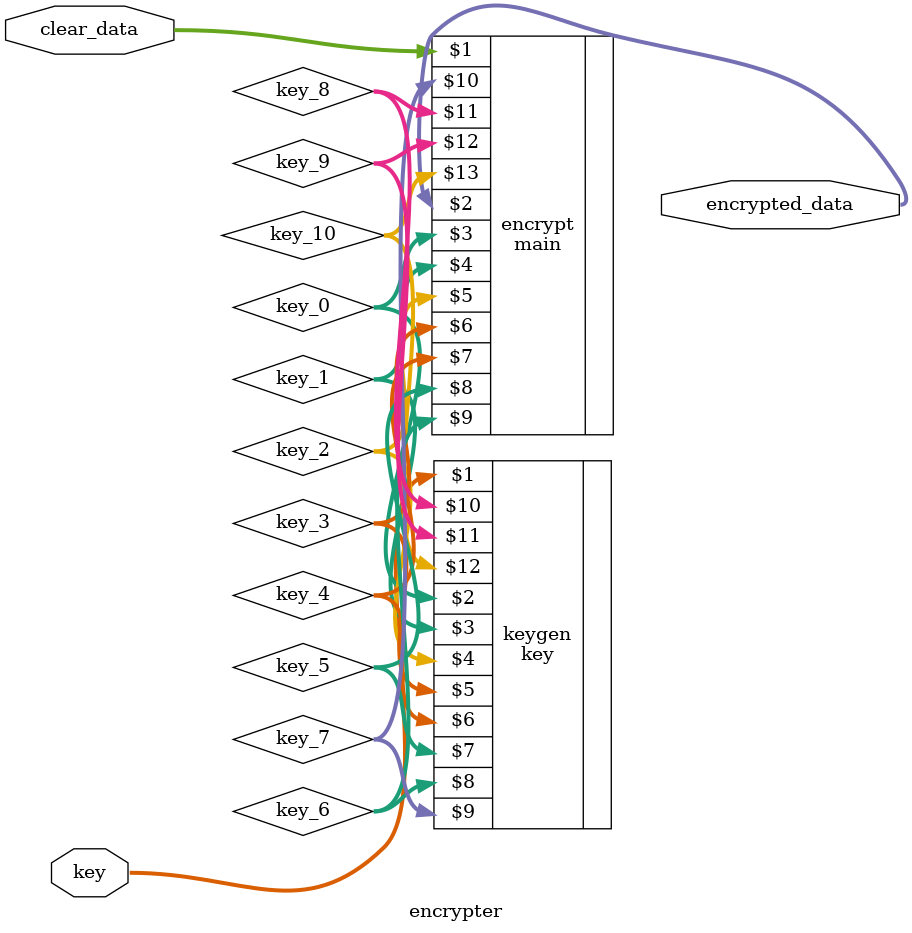
<source format=v>
`timescale 1ns / 1ps


module encrypter(
clear_data,
key,
encrypted_data
    );

input  [0:127] clear_data;
input  [0:127] key;
output [0:127] encrypted_data;

wire  [0:127] key_0,key_1,key_2,key_3,key_4,key_5,key_6,key_7,key_8,key_9,key_10;

key keygen(key,key_0,key_1,key_2,key_3,key_4,key_5,key_6,key_7,key_8,key_9,key_10);
main encrypt(clear_data,encrypted_data,key_0,key_1,key_2,key_3,key_4,key_5,key_6,key_7,key_8,key_9,key_10);
endmodule
</source>
